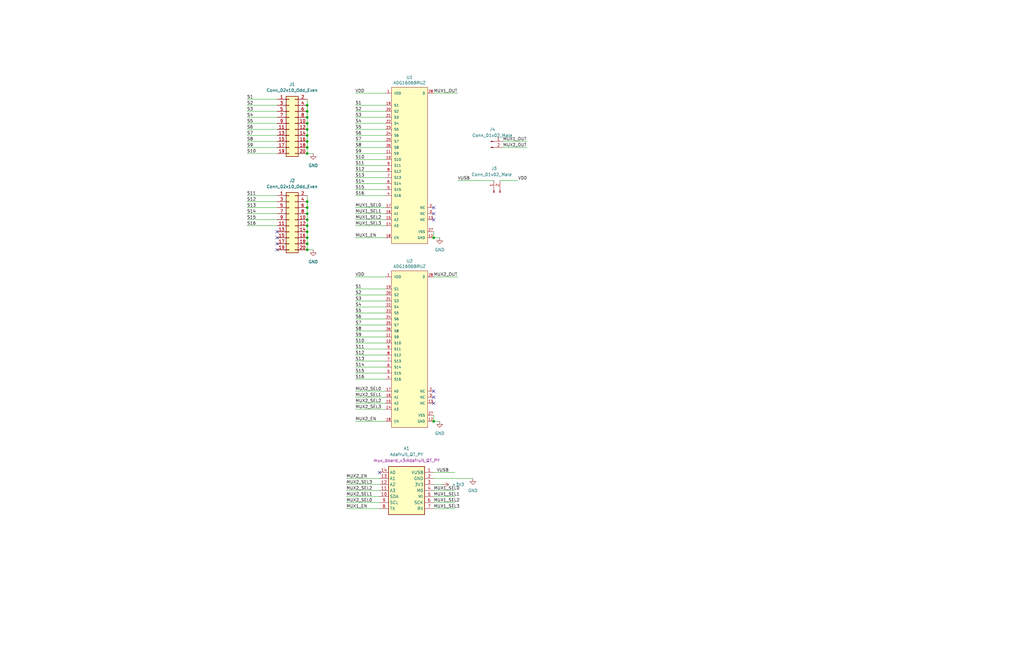
<source format=kicad_sch>
(kicad_sch (version 20211123) (generator eeschema)
  (paper "USLedger")
  (lib_symbols
    (symbol "ADG1606BRUZ_3" (pin_names (offset 1.016))
      (property "Reference" "U" (at 0 5.08 0))
      (property "Value" "ADG1606BRUZ_3" (at 0 7.62 0))
      (symbol "ADG1606BRUZ_3_1_1"
        (rectangle (start 5.08 2.54) (end 20.32 -63.5) (fill (type background)))
        (pin power_in line (at 2.54 0 0) (length 2.54) (name "VDD") (number "1"))
        (pin passive line (at 2.54 -27.94 0) (length 2.54) (name "S10") (number "10"))
        (pin passive line (at 2.54 -25.4 0) (length 2.54) (name "S9") (number "11"))
        (pin power_in line (at 22.86 -60.96 180) (length 2.54) (name "GND") (number "12"))
        (pin passive line (at 22.86 -53.34 180) (length 2.54) (name "NC") (number "13"))
        (pin input line (at 2.54 -55.88 0) (length 2.54) (name "A3") (number "14"))
        (pin input line (at 2.54 -53.34 0) (length 2.54) (name "A2") (number "15"))
        (pin input line (at 2.54 -50.8 0) (length 2.54) (name "A1") (number "16"))
        (pin input line (at 2.54 -48.26 0) (length 2.54) (name "A0") (number "17"))
        (pin input line (at 2.54 -60.96 0) (length 2.54) (name "EN") (number "18"))
        (pin passive line (at 2.54 -5.08 0) (length 2.54) (name "S1") (number "19"))
        (pin passive line (at 22.86 -48.26 180) (length 2.54) (name "NC") (number "2"))
        (pin passive line (at 2.54 -7.62 0) (length 2.54) (name "S2") (number "20"))
        (pin passive line (at 2.54 -10.16 0) (length 2.54) (name "S3") (number "21"))
        (pin passive line (at 2.54 -12.7 0) (length 2.54) (name "S4") (number "22"))
        (pin passive line (at 2.54 -15.24 0) (length 2.54) (name "S5") (number "23"))
        (pin passive line (at 2.54 -17.78 0) (length 2.54) (name "S6") (number "24"))
        (pin passive line (at 2.54 -20.32 0) (length 2.54) (name "S7") (number "25"))
        (pin passive line (at 2.54 -22.86 0) (length 2.54) (name "S8") (number "26"))
        (pin power_in line (at 22.86 -58.42 180) (length 2.54) (name "VSS") (number "27"))
        (pin passive line (at 22.86 0 180) (length 2.54) (name "D") (number "28"))
        (pin passive line (at 22.86 -50.8 180) (length 2.54) (name "NC") (number "3"))
        (pin passive line (at 2.54 -43.18 0) (length 2.54) (name "S16") (number "4"))
        (pin passive line (at 2.54 -40.64 0) (length 2.54) (name "S15") (number "5"))
        (pin passive line (at 2.54 -38.1 0) (length 2.54) (name "S14") (number "6"))
        (pin passive line (at 2.54 -35.56 0) (length 2.54) (name "S13") (number "7"))
        (pin passive line (at 2.54 -33.02 0) (length 2.54) (name "S12") (number "8"))
        (pin passive line (at 2.54 -30.48 0) (length 2.54) (name "S11") (number "9"))
      )
    )
    (symbol "mux_board_v1:ADG1606BRUZ" (pin_names (offset 1.016))
      (property "Reference" "U" (at 0 5.08 0))
      (property "Value" "ADG1606BRUZ" (at 0 7.62 0))
      (symbol "ADG1606BRUZ_1_1"
        (rectangle (start 5.08 2.54) (end 20.32 -63.5) (fill (type background)))
        (pin power_in line (at 2.54 0 0) (length 2.54) (name "VDD") (number "1"))
        (pin passive line (at 2.54 -27.94 0) (length 2.54) (name "S10") (number "10"))
        (pin passive line (at 2.54 -25.4 0) (length 2.54) (name "S9") (number "11"))
        (pin power_in line (at 22.86 -60.96 180) (length 2.54) (name "GND") (number "12"))
        (pin passive line (at 22.86 -53.34 180) (length 2.54) (name "NC") (number "13"))
        (pin input line (at 2.54 -55.88 0) (length 2.54) (name "A3") (number "14"))
        (pin input line (at 2.54 -53.34 0) (length 2.54) (name "A2") (number "15"))
        (pin input line (at 2.54 -50.8 0) (length 2.54) (name "A1") (number "16"))
        (pin input line (at 2.54 -48.26 0) (length 2.54) (name "A0") (number "17"))
        (pin input line (at 2.54 -60.96 0) (length 2.54) (name "EN") (number "18"))
        (pin passive line (at 2.54 -5.08 0) (length 2.54) (name "S1") (number "19"))
        (pin passive line (at 22.86 -48.26 180) (length 2.54) (name "NC") (number "2"))
        (pin passive line (at 2.54 -7.62 0) (length 2.54) (name "S2") (number "20"))
        (pin passive line (at 2.54 -10.16 0) (length 2.54) (name "S3") (number "21"))
        (pin passive line (at 2.54 -12.7 0) (length 2.54) (name "S4") (number "22"))
        (pin passive line (at 2.54 -15.24 0) (length 2.54) (name "S5") (number "23"))
        (pin passive line (at 2.54 -17.78 0) (length 2.54) (name "S6") (number "24"))
        (pin passive line (at 2.54 -20.32 0) (length 2.54) (name "S7") (number "25"))
        (pin passive line (at 2.54 -22.86 0) (length 2.54) (name "S8") (number "26"))
        (pin power_in line (at 22.86 -58.42 180) (length 2.54) (name "VSS") (number "27"))
        (pin passive line (at 22.86 0 180) (length 2.54) (name "D") (number "28"))
        (pin passive line (at 22.86 -50.8 180) (length 2.54) (name "NC") (number "3"))
        (pin passive line (at 2.54 -43.18 0) (length 2.54) (name "S16") (number "4"))
        (pin passive line (at 2.54 -40.64 0) (length 2.54) (name "S15") (number "5"))
        (pin passive line (at 2.54 -38.1 0) (length 2.54) (name "S14") (number "6"))
        (pin passive line (at 2.54 -35.56 0) (length 2.54) (name "S13") (number "7"))
        (pin passive line (at 2.54 -33.02 0) (length 2.54) (name "S12") (number "8"))
        (pin passive line (at 2.54 -30.48 0) (length 2.54) (name "S11") (number "9"))
      )
    )
    (symbol "mux_board_v1:Conn_01x02_Male" (pin_names (offset 1.016) hide)
      (property "Reference" "J" (at 0 2.54 0))
      (property "Value" "Conn_01x02_Male" (at 0 -5.08 0))
      (symbol "Conn_01x02_Male_1_1"
        (polyline (pts (xy 1.27 -2.54) (xy 0.8636 -2.54)) (stroke (width 0.1524)))
        (polyline (pts (xy 1.27 0) (xy 0.8636 0)) (stroke (width 0.1524)))
        (rectangle (start 0.8636 -2.413) (end 0 -2.667) (stroke (width 0.1524)) (fill (type outline)))
        (rectangle (start 0.8636 0.127) (end 0 -0.127) (stroke (width 0.1524)) (fill (type outline)))
        (pin passive line (at 5.08 0 180) (length 3.81) (name "Pin_1") (number "1"))
        (pin passive line (at 5.08 -2.54 180) (length 3.81) (name "Pin_2") (number "2"))
      )
    )
    (symbol "mux_board_v1:Conn_02x10_Odd_Even" (pin_names (offset 1.016) hide)
      (property "Reference" "J" (at 1.27 12.7 0))
      (property "Value" "Conn_02x10_Odd_Even" (at 1.27 -15.24 0))
      (symbol "Conn_02x10_Odd_Even_1_1"
        (rectangle (start -1.27 -12.573) (end 0 -12.827) (stroke (width 0.1524)))
        (rectangle (start -1.27 -10.033) (end 0 -10.287) (stroke (width 0.1524)))
        (rectangle (start -1.27 -7.493) (end 0 -7.747) (stroke (width 0.1524)))
        (rectangle (start -1.27 -4.953) (end 0 -5.207) (stroke (width 0.1524)))
        (rectangle (start -1.27 -2.413) (end 0 -2.667) (stroke (width 0.1524)))
        (rectangle (start -1.27 0.127) (end 0 -0.127) (stroke (width 0.1524)))
        (rectangle (start -1.27 2.667) (end 0 2.413) (stroke (width 0.1524)))
        (rectangle (start -1.27 5.207) (end 0 4.953) (stroke (width 0.1524)))
        (rectangle (start -1.27 7.747) (end 0 7.493) (stroke (width 0.1524)))
        (rectangle (start -1.27 10.287) (end 0 10.033) (stroke (width 0.1524)))
        (rectangle (start -1.27 11.43) (end 3.81 -13.97) (stroke (width 0.254)) (fill (type background)))
        (rectangle (start 3.81 -12.573) (end 2.54 -12.827) (stroke (width 0.1524)))
        (rectangle (start 3.81 -10.033) (end 2.54 -10.287) (stroke (width 0.1524)))
        (rectangle (start 3.81 -7.493) (end 2.54 -7.747) (stroke (width 0.1524)))
        (rectangle (start 3.81 -4.953) (end 2.54 -5.207) (stroke (width 0.1524)))
        (rectangle (start 3.81 -2.413) (end 2.54 -2.667) (stroke (width 0.1524)))
        (rectangle (start 3.81 0.127) (end 2.54 -0.127) (stroke (width 0.1524)))
        (rectangle (start 3.81 2.667) (end 2.54 2.413) (stroke (width 0.1524)))
        (rectangle (start 3.81 5.207) (end 2.54 4.953) (stroke (width 0.1524)))
        (rectangle (start 3.81 7.747) (end 2.54 7.493) (stroke (width 0.1524)))
        (rectangle (start 3.81 10.287) (end 2.54 10.033) (stroke (width 0.1524)))
        (pin passive line (at -5.08 10.16 0) (length 3.81) (name "Pin_1") (number "1"))
        (pin passive line (at 7.62 0 180) (length 3.81) (name "Pin_10") (number "10"))
        (pin passive line (at -5.08 -2.54 0) (length 3.81) (name "Pin_11") (number "11"))
        (pin passive line (at 7.62 -2.54 180) (length 3.81) (name "Pin_12") (number "12"))
        (pin passive line (at -5.08 -5.08 0) (length 3.81) (name "Pin_13") (number "13"))
        (pin passive line (at 7.62 -5.08 180) (length 3.81) (name "Pin_14") (number "14"))
        (pin passive line (at -5.08 -7.62 0) (length 3.81) (name "Pin_15") (number "15"))
        (pin passive line (at 7.62 -7.62 180) (length 3.81) (name "Pin_16") (number "16"))
        (pin passive line (at -5.08 -10.16 0) (length 3.81) (name "Pin_17") (number "17"))
        (pin passive line (at 7.62 -10.16 180) (length 3.81) (name "Pin_18") (number "18"))
        (pin passive line (at -5.08 -12.7 0) (length 3.81) (name "Pin_19") (number "19"))
        (pin passive line (at 7.62 10.16 180) (length 3.81) (name "Pin_2") (number "2"))
        (pin passive line (at 7.62 -12.7 180) (length 3.81) (name "Pin_20") (number "20"))
        (pin passive line (at -5.08 7.62 0) (length 3.81) (name "Pin_3") (number "3"))
        (pin passive line (at 7.62 7.62 180) (length 3.81) (name "Pin_4") (number "4"))
        (pin passive line (at -5.08 5.08 0) (length 3.81) (name "Pin_5") (number "5"))
        (pin passive line (at 7.62 5.08 180) (length 3.81) (name "Pin_6") (number "6"))
        (pin passive line (at -5.08 2.54 0) (length 3.81) (name "Pin_7") (number "7"))
        (pin passive line (at 7.62 2.54 180) (length 3.81) (name "Pin_8") (number "8"))
        (pin passive line (at -5.08 0 0) (length 3.81) (name "Pin_9") (number "9"))
      )
    )
    (symbol "mux_board_v3:Adafruit_QT_PY"
      (property "Reference" "A" (at -1.27 35.56 0))
      (property "Value" "Adafruit_QT_PY" (at -6.35 31.75 0))
      (property "Footprint" "mux_board_v3:Adafruit_QT_PY" (at 22.86 20.32 90))
      (symbol "Adafruit_QT_PY_0_0"
        (pin bidirectional line (at -11.43 17.78 0) (length 3.81) (name "SDA") (number "10"))
        (pin bidirectional line (at 11.43 17.78 180) (length 3.81) (name "MI") (number "5"))
        (pin bidirectional line (at 11.43 15.24 180) (length 3.81) (name "SCK") (number "6"))
        (pin bidirectional line (at 11.43 12.7 180) (length 3.81) (name "RX") (number "7"))
        (pin bidirectional line (at -11.43 12.7 0) (length 3.81) (name "TX") (number "8"))
        (pin bidirectional line (at -11.43 15.24 0) (length 3.81) (name "SCL") (number "9"))
      )
      (symbol "Adafruit_QT_PY_0_1"
        (rectangle (start -7.62 30.48) (end 7.62 10.16) (stroke (width 0.254)) (fill (type background)))
      )
      (symbol "Adafruit_QT_PY_1_1"
        (pin power_in line (at 11.43 27.94 180) (length 3.81) (name "VUSB") (number "1"))
        (pin bidirectional line (at -11.43 20.32 0) (length 3.81) (name "A3") (number "11"))
        (pin bidirectional line (at -11.43 22.86 0) (length 3.81) (name "A2") (number "12"))
        (pin bidirectional line (at -11.43 25.4 0) (length 3.81) (name "A1") (number "13"))
        (pin bidirectional line (at -11.43 27.94 0) (length 3.81) (name "A0") (number "14"))
        (pin power_in line (at 11.43 25.4 180) (length 3.81) (name "GND") (number "2"))
        (pin power_out line (at 11.43 22.86 180) (length 3.81) (name "3V3") (number "3"))
        (pin bidirectional line (at 11.43 20.32 180) (length 3.81) (name "M0") (number "4"))
      )
    )
    (symbol "power:+3.3V" (power) (pin_names (offset 0))
      (property "Value" "+3.3V" (at 0 3.556 0))
      (symbol "+3.3V_0_1"
        (polyline (pts (xy -0.762 1.27) (xy 0 2.54)))
        (polyline (pts (xy 0 0) (xy 0 2.54)))
        (polyline (pts (xy 0 2.54) (xy 0.762 1.27)))
      )
      (symbol "+3.3V_1_1"
        (pin power_in line (at 0 0 90) (length 0) hide (name "+3V3") (number "1"))
      )
    )
    (symbol "power:GND" (power) (pin_names (offset 0))
      (property "Value" "GND" (at 0 -3.81 0))
      (symbol "GND_0_1"
        (polyline (pts (xy 0 0) (xy 0 -1.27) (xy 1.27 -1.27) (xy 0 -2.54) (xy -1.27 -1.27) (xy 0 -1.27)))
      )
      (symbol "GND_1_1"
        (pin power_in line (at 0 0 270) (length 0) hide (name "GND") (number "1"))
      )
    )
  )
  (junction (at 129.54 46.99))
  (junction (at 129.54 97.79))
  (junction (at 129.54 64.77))
  (junction (at 129.54 59.69))
  (junction (at 129.54 44.45))
  (junction (at 129.54 52.07))
  (junction (at 182.88 177.8))
  (junction (at 129.54 85.09))
  (junction (at 129.54 105.41))
  (junction (at 129.54 87.63))
  (junction (at 129.54 54.61))
  (junction (at 129.54 102.87))
  (junction (at 129.54 49.53))
  (junction (at 129.54 92.71))
  (junction (at 129.54 95.25))
  (junction (at 129.54 100.33))
  (junction (at 182.88 100.33))
  (junction (at 129.54 62.23))
  (junction (at 129.54 90.17))
  (junction (at 129.54 57.15))
  (no_connect (at 116.84 102.87))
  (no_connect (at 116.84 100.33))
  (no_connect (at 116.84 97.79))
  (no_connect (at 116.84 105.41))
  (no_connect (at 182.88 170.18))
  (no_connect (at 182.88 167.64))
  (no_connect (at 182.88 165.1))
  (no_connect (at 182.88 87.63))
  (no_connect (at 182.88 90.17))
  (no_connect (at 182.88 92.71))
  (no_connect (at 160.02 199.39))
  (wire (pts (xy 149.86 134.62) (xy 162.56 134.62)))
  (wire (pts (xy 129.54 85.09) (xy 129.54 87.63)))
  (wire (pts (xy 149.86 90.17) (xy 162.56 90.17)))
  (wire (pts (xy 149.86 87.63) (xy 162.56 87.63)))
  (wire (pts (xy 149.86 46.99) (xy 162.56 46.99)))
  (wire (pts (xy 104.14 49.53) (xy 116.84 49.53)))
  (wire (pts (xy 104.14 62.23) (xy 116.84 62.23)))
  (wire (pts (xy 182.88 199.39) (xy 191.77 199.39)))
  (wire (pts (xy 149.86 144.78) (xy 162.56 144.78)))
  (wire (pts (xy 149.86 124.46) (xy 162.56 124.46)))
  (wire (pts (xy 129.54 100.33) (xy 129.54 102.87)))
  (wire (pts (xy 212.09 62.23) (xy 222.25 62.23)))
  (wire (pts (xy 146.05 214.63) (xy 160.02 214.63)))
  (wire (pts (xy 149.86 129.54) (xy 162.56 129.54)))
  (wire (pts (xy 149.86 52.07) (xy 162.56 52.07)))
  (wire (pts (xy 182.88 212.09) (xy 191.77 212.09)))
  (wire (pts (xy 149.86 157.48) (xy 162.56 157.48)))
  (wire (pts (xy 149.86 167.64) (xy 162.56 167.64)))
  (wire (pts (xy 104.14 90.17) (xy 116.84 90.17)))
  (wire (pts (xy 182.88 207.01) (xy 191.77 207.01)))
  (wire (pts (xy 146.05 204.47) (xy 160.02 204.47)))
  (wire (pts (xy 149.86 80.01) (xy 162.56 80.01)))
  (wire (pts (xy 149.86 170.18) (xy 162.56 170.18)))
  (wire (pts (xy 104.14 85.09) (xy 116.84 85.09)))
  (wire (pts (xy 149.86 149.86) (xy 162.56 149.86)))
  (wire (pts (xy 149.86 95.25) (xy 162.56 95.25)))
  (wire (pts (xy 149.86 74.93) (xy 162.56 74.93)))
  (wire (pts (xy 104.14 87.63) (xy 116.84 87.63)))
  (wire (pts (xy 149.86 154.94) (xy 162.56 154.94)))
  (wire (pts (xy 104.14 95.25) (xy 116.84 95.25)))
  (wire (pts (xy 104.14 64.77) (xy 116.84 64.77)))
  (wire (pts (xy 182.88 177.8) (xy 185.42 177.8)))
  (wire (pts (xy 182.88 97.79) (xy 182.88 100.33)))
  (wire (pts (xy 129.54 82.55) (xy 129.54 85.09)))
  (wire (pts (xy 149.86 139.7) (xy 162.56 139.7)))
  (wire (pts (xy 149.86 64.77) (xy 162.56 64.77)))
  (wire (pts (xy 104.14 44.45) (xy 116.84 44.45)))
  (wire (pts (xy 129.54 90.17) (xy 129.54 92.71)))
  (wire (pts (xy 149.86 49.53) (xy 162.56 49.53)))
  (wire (pts (xy 149.86 160.02) (xy 162.56 160.02)))
  (wire (pts (xy 129.54 54.61) (xy 129.54 57.15)))
  (wire (pts (xy 129.54 44.45) (xy 129.54 46.99)))
  (wire (pts (xy 149.86 127) (xy 162.56 127)))
  (wire (pts (xy 129.54 49.53) (xy 129.54 52.07)))
  (wire (pts (xy 149.86 137.16) (xy 162.56 137.16)))
  (wire (pts (xy 129.54 52.07) (xy 129.54 54.61)))
  (wire (pts (xy 210.82 76.2) (xy 218.44 76.2)))
  (wire (pts (xy 129.54 64.77) (xy 132.08 64.77)))
  (wire (pts (xy 149.86 62.23) (xy 162.56 62.23)))
  (wire (pts (xy 212.09 59.69) (xy 222.25 59.69)))
  (wire (pts (xy 149.86 44.45) (xy 162.56 44.45)))
  (wire (pts (xy 146.05 212.09) (xy 160.02 212.09)))
  (wire (pts (xy 104.14 54.61) (xy 116.84 54.61)))
  (wire (pts (xy 146.05 209.55) (xy 160.02 209.55)))
  (wire (pts (xy 146.05 201.93) (xy 160.02 201.93)))
  (wire (pts (xy 129.54 46.99) (xy 129.54 49.53)))
  (wire (pts (xy 129.54 102.87) (xy 129.54 105.41)))
  (wire (pts (xy 104.14 57.15) (xy 116.84 57.15)))
  (wire (pts (xy 182.88 204.47) (xy 186.69 204.47)))
  (wire (pts (xy 149.86 177.8) (xy 162.56 177.8)))
  (wire (pts (xy 129.54 59.69) (xy 129.54 62.23)))
  (wire (pts (xy 129.54 95.25) (xy 129.54 97.79)))
  (wire (pts (xy 149.86 57.15) (xy 162.56 57.15)))
  (wire (pts (xy 149.86 67.31) (xy 162.56 67.31)))
  (wire (pts (xy 149.86 82.55) (xy 162.56 82.55)))
  (wire (pts (xy 149.86 39.37) (xy 162.56 39.37)))
  (wire (pts (xy 149.86 77.47) (xy 162.56 77.47)))
  (wire (pts (xy 104.14 41.91) (xy 116.84 41.91)))
  (wire (pts (xy 149.86 72.39) (xy 162.56 72.39)))
  (wire (pts (xy 149.86 142.24) (xy 162.56 142.24)))
  (wire (pts (xy 104.14 52.07) (xy 116.84 52.07)))
  (wire (pts (xy 182.88 214.63) (xy 191.77 214.63)))
  (wire (pts (xy 149.86 132.08) (xy 162.56 132.08)))
  (wire (pts (xy 182.88 39.37) (xy 193.04 39.37)))
  (wire (pts (xy 149.86 152.4) (xy 162.56 152.4)))
  (wire (pts (xy 182.88 100.33) (xy 185.42 100.33)))
  (wire (pts (xy 129.54 41.91) (xy 129.54 44.45)))
  (wire (pts (xy 146.05 207.01) (xy 160.02 207.01)))
  (wire (pts (xy 149.86 100.33) (xy 162.56 100.33)))
  (wire (pts (xy 182.88 201.93) (xy 199.39 201.93)))
  (wire (pts (xy 149.86 92.71) (xy 162.56 92.71)))
  (wire (pts (xy 129.54 87.63) (xy 129.54 90.17)))
  (wire (pts (xy 149.86 165.1) (xy 162.56 165.1)))
  (wire (pts (xy 104.14 59.69) (xy 116.84 59.69)))
  (wire (pts (xy 129.54 62.23) (xy 129.54 64.77)))
  (wire (pts (xy 182.88 116.84) (xy 193.04 116.84)))
  (wire (pts (xy 149.86 69.85) (xy 162.56 69.85)))
  (wire (pts (xy 182.88 175.26) (xy 182.88 177.8)))
  (wire (pts (xy 104.14 82.55) (xy 116.84 82.55)))
  (wire (pts (xy 104.14 46.99) (xy 116.84 46.99)))
  (wire (pts (xy 193.04 76.2) (xy 208.28 76.2)))
  (wire (pts (xy 129.54 57.15) (xy 129.54 59.69)))
  (wire (pts (xy 149.86 59.69) (xy 162.56 59.69)))
  (wire (pts (xy 149.86 121.92) (xy 162.56 121.92)))
  (wire (pts (xy 149.86 54.61) (xy 162.56 54.61)))
  (wire (pts (xy 129.54 92.71) (xy 129.54 95.25)))
  (wire (pts (xy 104.14 92.71) (xy 116.84 92.71)))
  (wire (pts (xy 149.86 172.72) (xy 162.56 172.72)))
  (wire (pts (xy 129.54 97.79) (xy 129.54 100.33)))
  (wire (pts (xy 129.54 105.41) (xy 132.08 105.41)))
  (wire (pts (xy 182.88 209.55) (xy 191.77 209.55)))
  (wire (pts (xy 149.86 147.32) (xy 162.56 147.32)))
  (wire (pts (xy 149.86 116.84) (xy 162.56 116.84)))
  (label "S12" (at 149.86 149.86 0))
  (label "S2" (at 149.86 124.46 0))
  (label "S9" (at 104.14 62.23 0))
  (label "S13" (at 104.14 87.63 0))
  (label "S2" (at 149.86 46.99 0))
  (label "S14" (at 104.14 90.17 0))
  (label "S5" (at 149.86 132.08 0))
  (label "S3" (at 104.14 46.99 0))
  (label "S10" (at 104.14 64.77 0))
  (label "S5" (at 149.86 54.61 0))
  (label "MUX2_SEL2" (at 146.05 207.01 0))
  (label "MUX1_SEL3" (at 182.88 214.63 0))
  (label "S3" (at 149.86 49.53 0))
  (label "S7" (at 104.14 57.15 0))
  (label "S16" (at 149.86 160.02 0))
  (label "VDD" (at 149.86 39.37 0))
  (label "S8" (at 149.86 139.7 0))
  (label "MUX2_SEL0" (at 146.05 212.09 0))
  (label "MUX2_SEL1" (at 146.05 209.55 0))
  (label "S4" (at 149.86 52.07 0))
  (label "VUSB" (at 184.15 199.39 0))
  (label "S13" (at 149.86 152.4 0))
  (label "MUX1_SEL2" (at 149.86 92.71 0))
  (label "MUX2_SEL0" (at 149.86 165.1 0))
  (label "S1" (at 104.14 41.91 0))
  (label "MUX1_EN" (at 146.05 214.63 0))
  (label "MUX2_OUT" (at 212.09 62.23 0))
  (label "S3" (at 149.86 127 0))
  (label "S2" (at 104.14 44.45 0))
  (label "S6" (at 149.86 57.15 0))
  (label "S15" (at 149.86 80.01 0))
  (label "MUX2_EN" (at 149.86 177.8 0))
  (label "S16" (at 104.14 95.25 0))
  (label "S11" (at 104.14 82.55 0))
  (label "S9" (at 149.86 142.24 0))
  (label "S7" (at 149.86 59.69 0))
  (label "S16" (at 149.86 82.55 0))
  (label "MUX1_OUT" (at 182.88 39.37 0))
  (label "S10" (at 149.86 67.31 0))
  (label "S1" (at 149.86 44.45 0))
  (label "S8" (at 149.86 62.23 0))
  (label "VDD" (at 149.86 116.84 0))
  (label "MUX2_EN" (at 146.05 201.93 0))
  (label "S12" (at 104.14 85.09 0))
  (label "MUX2_SEL3" (at 149.86 172.72 0))
  (label "S14" (at 149.86 154.94 0))
  (label "MUX2_SEL2" (at 149.86 170.18 0))
  (label "MUX2_OUT" (at 182.88 116.84 0))
  (label "MUX2_SEL3" (at 146.05 204.47 0))
  (label "VUSB" (at 193.04 76.2 0))
  (label "MUX1_EN" (at 149.86 100.33 0))
  (label "MUX1_OUT" (at 212.09 59.69 0))
  (label "S14" (at 149.86 77.47 0))
  (label "MUX1_SEL1" (at 149.86 90.17 0))
  (label "MUX1_SEL3" (at 149.86 95.25 0))
  (label "S12" (at 149.86 72.39 0))
  (label "S7" (at 149.86 137.16 0))
  (label "MUX1_SEL2" (at 182.88 212.09 0))
  (label "S4" (at 104.14 49.53 0))
  (label "S11" (at 149.86 147.32 0))
  (label "S15" (at 149.86 157.48 0))
  (label "MUX1_SEL0" (at 182.88 207.01 0))
  (label "MUX2_SEL1" (at 149.86 167.64 0))
  (label "S6" (at 104.14 54.61 0))
  (label "S15" (at 104.14 92.71 0))
  (label "MUX1_SEL0" (at 149.86 87.63 0))
  (label "S1" (at 149.86 121.92 0))
  (label "S6" (at 149.86 134.62 0))
  (label "S11" (at 149.86 69.85 0))
  (label "MUX1_SEL1" (at 182.88 209.55 0))
  (label "S13" (at 149.86 74.93 0))
  (label "S10" (at 149.86 144.78 0))
  (label "S8" (at 104.14 59.69 0))
  (label "VDD" (at 218.44 76.2 0))
  (label "S4" (at 149.86 129.54 0))
  (label "S9" (at 149.86 64.77 0))
  (label "S5" (at 104.14 52.07 0))
  (symbol (lib_id "mux_board_v1:ADG1606BRUZ") (at 160.02 39.37 0) (unit 1)
    (property "Reference" "U1" (at 172.72 32.639 0))
    (property "Value" "ADG1606BRUZ" (at 172.72 34.9504 0))
    (property "Footprint" "mux_board_v2:Analog_Devices-RU-28-0-0-IPC_A" (effects hide))
    (property "Datasheet" "https://www.analog.com/media/en/technical-documentation/data-sheets/ADG1606_1607.pdf" (effects hide))
    (property "-3dB bandwith" "21MHz" (effects hide))
    (property "automotive" "No" (effects hide))
    (property "category" "IC" (effects hide))
    (property "ciiva ids" "1216611" (effects hide))
    (property "device class L1" "Integrated Circuits (ICs)" (effects hide))
    (property "device class L2" "Interface ICs" (effects hide))
    (property "device class L3" "Multiplexers" (effects hide))
    (property "digikey description" "IC MULTIPLEXER 1 X 16 28TSSOP" (effects hide))
    (property "digikey part number" "ADG1606BRUZ-ND" (effects hide))
    (property "height" "1.2mm" (effects hide))
    (property "ipc land pattern name" "SOP65P640X120-28" (effects hide))
    (property "lead free" "Yes" (effects hide))
    (property "library id" "9951777a5a1efd18" (effects hide))
    (property "manufacturer" "Analog Devices" (effects hide))
    (property "max junction temp" "+150°C" (effects hide))
    (property "max supply voltage" "16V" (effects hide))
    (property "min supply voltage" "3.3V" (effects hide))
    (property "mouser description" "Multiplexer Switch ICs 16:1 21MHz 4 Ohm iCMOS Diff" (effects hide))
    (property "mouser part number" "584-ADG1606BRUZ" (effects hide))
    (property "mux demux ratio" "16:1" (effects hide))
    (property "nominal supply current" "300uA" (effects hide))
    (property "number of circuits" "16" (effects hide))
    (property "obsolete part" "false" (effects hide))
    (property "on state resistance" "4.5Ω" (effects hide))
    (property "package" "TSSOP28" (effects hide))
    (property "release date" "1391089322" (effects hide))
    (property "rohs" "Yes" (effects hide))
    (property "standoff height" "0.05mm" (effects hide))
    (property "temperature range high" "+125°C" (effects hide))
    (property "temperature range low" "-40°C" (effects hide))
  )
  (symbol (lib_name "ADG1606BRUZ_3") (lib_id "mux_board_v1:ADG1606BRUZ") (at 160.02 116.84 0) (unit 1)
    (property "Reference" "U2" (at 172.72 110.109 0))
    (property "Value" "ADG1606BRUZ" (at 172.72 112.4204 0))
    (property "Footprint" "mux_board_v2:Analog_Devices-RU-28-0-0-IPC_A" (effects hide))
    (property "Datasheet" "https://www.analog.com/media/en/technical-documentation/data-sheets/ADG1606_1607.pdf" (effects hide))
    (property "-3dB bandwith" "21MHz" (effects hide))
    (property "automotive" "No" (effects hide))
    (property "category" "IC" (effects hide))
    (property "ciiva ids" "1216611" (effects hide))
    (property "device class L1" "Integrated Circuits (ICs)" (effects hide))
    (property "device class L2" "Interface ICs" (effects hide))
    (property "device class L3" "Multiplexers" (effects hide))
    (property "digikey description" "IC MULTIPLEXER 1 X 16 28TSSOP" (effects hide))
    (property "digikey part number" "ADG1606BRUZ-ND" (effects hide))
    (property "height" "1.2mm" (effects hide))
    (property "ipc land pattern name" "SOP65P640X120-28" (effects hide))
    (property "lead free" "Yes" (effects hide))
    (property "library id" "9951777a5a1efd18" (effects hide))
    (property "manufacturer" "Analog Devices" (effects hide))
    (property "max junction temp" "+150°C" (effects hide))
    (property "max supply voltage" "16V" (effects hide))
    (property "min supply voltage" "3.3V" (effects hide))
    (property "mouser description" "Multiplexer Switch ICs 16:1 21MHz 4 Ohm iCMOS Diff" (effects hide))
    (property "mouser part number" "584-ADG1606BRUZ" (effects hide))
    (property "mux demux ratio" "16:1" (effects hide))
    (property "nominal supply current" "300uA" (effects hide))
    (property "number of circuits" "16" (effects hide))
    (property "obsolete part" "false" (effects hide))
    (property "on state resistance" "4.5Ω" (effects hide))
    (property "package" "TSSOP28" (effects hide))
    (property "release date" "1391089322" (effects hide))
    (property "rohs" "Yes" (effects hide))
    (property "standoff height" "0.05mm" (effects hide))
    (property "temperature range high" "+125°C" (effects hide))
    (property "temperature range low" "-40°C" (effects hide))
  )
  (symbol (lib_id "power:GND") (at 199.39 201.93 0) (unit 1)
    (property "Reference" "#PWR?" (effects hide))
    (property "Value" "GND" (at 199.39 207.01 0))
  )
  (symbol (lib_id "power:+3.3V") (at 186.69 204.47 270) (unit 1)
    (property "Reference" "#PWR?" (effects hide))
    (property "Value" "+3.3V" (at 190.5 204.4699 90) (effects (justify left)))
  )
  (symbol (lib_id "mux_board_v1:Conn_01x02_Male") (at 208.28 81.28 90) (unit 1)
    (property "Reference" "J3" (at 209.55 71.12 90) (effects (justify left)))
    (property "Value" "Conn_01x02_Male" (at 215.9 73.66 90) (effects (justify left)))
    (property "Footprint" "mux_board_v2:PinHeader_1x02_P2.54mm_Vertical" (effects hide))
  )
  (symbol (lib_id "power:GND") (at 185.42 100.33 0) (unit 1)
    (property "Reference" "#PWR0112" (effects hide))
    (property "Value" "GND" (at 185.42 105.41 0))
  )
  (symbol (lib_id "mux_board_v3:Adafruit_QT_PY") (at 171.45 227.33 0) (unit 1)
    (property "Reference" "A1" (at 171.45 189.23 0))
    (property "Value" "Adafruit_QT_PY" (at 171.45 191.77 0))
    (property "Footprint" "mux_board_v3:Adafruit_QT_PY" (at 171.45 194.31 0))
    (property "Datasheet" "https://www.adafruit.com/product/4600" (effects hide))
  )
  (symbol (lib_id "power:GND") (at 132.08 105.41 0) (unit 1)
    (property "Reference" "#PWR0103" (effects hide))
    (property "Value" "GND" (at 132.08 110.49 0))
  )
  (symbol (lib_id "mux_board_v1:Conn_02x10_Odd_Even") (at 121.92 52.07 0) (unit 1)
    (property "Reference" "J1" (at 123.19 35.56 0))
    (property "Value" "Conn_02x10_Odd_Even" (at 123.19 38.1 0))
    (property "Footprint" "mux_board_v2:PinHeader_2x10_P2.54mm_Vertical" (effects hide))
  )
  (symbol (lib_id "power:GND") (at 185.42 177.8 0) (unit 1)
    (property "Reference" "#PWR0101" (effects hide))
    (property "Value" "GND" (at 185.42 182.88 0))
  )
  (symbol (lib_id "power:GND") (at 132.08 64.77 0) (unit 1)
    (property "Reference" "#PWR0102" (effects hide))
    (property "Value" "GND" (at 132.08 69.85 0))
  )
  (symbol (lib_id "mux_board_v1:Conn_02x10_Odd_Even") (at 121.92 92.71 0) (unit 1)
    (property "Reference" "J2" (at 123.19 76.2 0))
    (property "Value" "Conn_02x10_Odd_Even" (at 123.19 78.74 0))
    (property "Footprint" "mux_board_v2:PinHeader_2x10_P2.54mm_Vertical" (effects hide))
  )
  (symbol (lib_id "mux_board_v1:Conn_01x02_Male") (at 207.01 59.69 0) (unit 1)
    (property "Reference" "J4" (at 207.645 54.61 0))
    (property "Value" "Conn_01x02_Male" (at 207.645 57.15 0))
    (property "Footprint" "mux_board_v2:PinHeader_1x02_P2.54mm_Vertical" (effects hide))
  )
)
</source>
